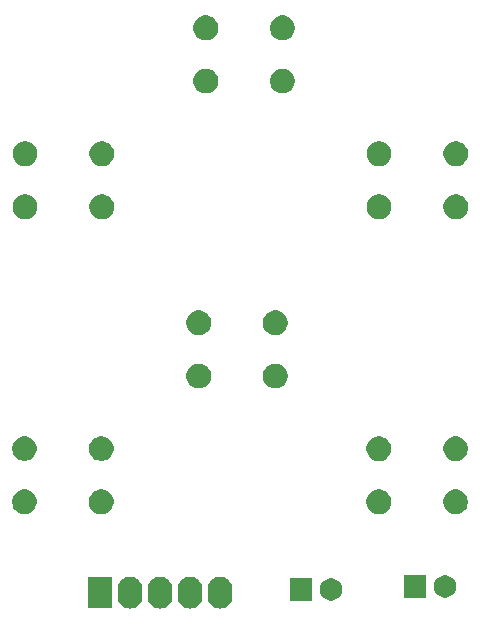
<source format=gbr>
G04 #@! TF.GenerationSoftware,KiCad,Pcbnew,5.0.2+dfsg1-1*
G04 #@! TF.CreationDate,2019-08-29T13:22:36-03:00*
G04 #@! TF.ProjectId,teclado_contador_geiger,7465636c-6164-46f5-9f63-6f6e7461646f,rev?*
G04 #@! TF.SameCoordinates,Original*
G04 #@! TF.FileFunction,Soldermask,Top*
G04 #@! TF.FilePolarity,Negative*
%FSLAX46Y46*%
G04 Gerber Fmt 4.6, Leading zero omitted, Abs format (unit mm)*
G04 Created by KiCad (PCBNEW 5.0.2+dfsg1-1) date jue 29 ago 2019 13:22:36 -03*
%MOMM*%
%LPD*%
G01*
G04 APERTURE LIST*
%ADD10C,0.100000*%
G04 APERTURE END LIST*
D10*
G36*
X131016031Y-97470207D02*
X131214145Y-97530305D01*
X131396729Y-97627897D01*
X131556765Y-97759235D01*
X131556766Y-97759237D01*
X131556768Y-97759238D01*
X131601143Y-97813310D01*
X131688103Y-97919271D01*
X131785695Y-98101854D01*
X131845793Y-98299968D01*
X131861000Y-98454370D01*
X131861000Y-99157629D01*
X131845793Y-99312031D01*
X131820695Y-99394766D01*
X131785695Y-99510147D01*
X131733531Y-99607739D01*
X131688103Y-99692729D01*
X131556765Y-99852765D01*
X131396729Y-99984103D01*
X131214146Y-100081695D01*
X131016032Y-100141793D01*
X130810000Y-100162085D01*
X130603969Y-100141793D01*
X130405855Y-100081695D01*
X130223272Y-99984103D01*
X130063236Y-99852765D01*
X129931899Y-99692731D01*
X129834306Y-99510148D01*
X129799305Y-99394765D01*
X129774207Y-99312032D01*
X129759000Y-99157630D01*
X129759000Y-98454371D01*
X129774207Y-98299969D01*
X129834305Y-98101855D01*
X129931897Y-97919271D01*
X130063235Y-97759235D01*
X130063237Y-97759234D01*
X130063238Y-97759232D01*
X130159257Y-97680432D01*
X130223271Y-97627897D01*
X130405854Y-97530305D01*
X130603968Y-97470207D01*
X130810000Y-97449915D01*
X131016031Y-97470207D01*
X131016031Y-97470207D01*
G37*
G36*
X128476031Y-97470207D02*
X128674145Y-97530305D01*
X128856729Y-97627897D01*
X129016765Y-97759235D01*
X129016766Y-97759237D01*
X129016768Y-97759238D01*
X129061143Y-97813310D01*
X129148103Y-97919271D01*
X129245695Y-98101854D01*
X129305793Y-98299968D01*
X129321000Y-98454370D01*
X129321000Y-99157629D01*
X129305793Y-99312031D01*
X129280695Y-99394766D01*
X129245695Y-99510147D01*
X129193531Y-99607739D01*
X129148103Y-99692729D01*
X129016765Y-99852765D01*
X128856729Y-99984103D01*
X128674146Y-100081695D01*
X128476032Y-100141793D01*
X128270000Y-100162085D01*
X128063969Y-100141793D01*
X127865855Y-100081695D01*
X127683272Y-99984103D01*
X127523236Y-99852765D01*
X127391899Y-99692731D01*
X127294306Y-99510148D01*
X127259305Y-99394765D01*
X127234207Y-99312032D01*
X127219000Y-99157630D01*
X127219000Y-98454371D01*
X127234207Y-98299969D01*
X127294305Y-98101855D01*
X127391897Y-97919271D01*
X127523235Y-97759235D01*
X127523237Y-97759234D01*
X127523238Y-97759232D01*
X127619257Y-97680432D01*
X127683271Y-97627897D01*
X127865854Y-97530305D01*
X128063968Y-97470207D01*
X128270000Y-97449915D01*
X128476031Y-97470207D01*
X128476031Y-97470207D01*
G37*
G36*
X123396031Y-97470207D02*
X123594145Y-97530305D01*
X123776729Y-97627897D01*
X123936765Y-97759235D01*
X123936766Y-97759237D01*
X123936768Y-97759238D01*
X123981143Y-97813310D01*
X124068103Y-97919271D01*
X124165695Y-98101854D01*
X124225793Y-98299968D01*
X124241000Y-98454370D01*
X124241000Y-99157629D01*
X124225793Y-99312031D01*
X124200695Y-99394766D01*
X124165695Y-99510147D01*
X124113531Y-99607739D01*
X124068103Y-99692729D01*
X123936765Y-99852765D01*
X123776729Y-99984103D01*
X123594146Y-100081695D01*
X123396032Y-100141793D01*
X123190000Y-100162085D01*
X122983969Y-100141793D01*
X122785855Y-100081695D01*
X122603272Y-99984103D01*
X122443236Y-99852765D01*
X122311899Y-99692731D01*
X122214306Y-99510148D01*
X122179305Y-99394765D01*
X122154207Y-99312032D01*
X122139000Y-99157630D01*
X122139000Y-98454371D01*
X122154207Y-98299969D01*
X122214305Y-98101855D01*
X122311897Y-97919271D01*
X122443235Y-97759235D01*
X122443237Y-97759234D01*
X122443238Y-97759232D01*
X122539257Y-97680432D01*
X122603271Y-97627897D01*
X122785854Y-97530305D01*
X122983968Y-97470207D01*
X123190000Y-97449915D01*
X123396031Y-97470207D01*
X123396031Y-97470207D01*
G37*
G36*
X125936031Y-97470207D02*
X126134145Y-97530305D01*
X126316729Y-97627897D01*
X126476765Y-97759235D01*
X126476766Y-97759237D01*
X126476768Y-97759238D01*
X126521143Y-97813310D01*
X126608103Y-97919271D01*
X126705695Y-98101854D01*
X126765793Y-98299968D01*
X126781000Y-98454370D01*
X126781000Y-99157629D01*
X126765793Y-99312031D01*
X126740695Y-99394766D01*
X126705695Y-99510147D01*
X126653531Y-99607739D01*
X126608103Y-99692729D01*
X126476765Y-99852765D01*
X126316729Y-99984103D01*
X126134146Y-100081695D01*
X125936032Y-100141793D01*
X125730000Y-100162085D01*
X125523969Y-100141793D01*
X125325855Y-100081695D01*
X125143272Y-99984103D01*
X124983236Y-99852765D01*
X124851899Y-99692731D01*
X124754306Y-99510148D01*
X124719305Y-99394765D01*
X124694207Y-99312032D01*
X124679000Y-99157630D01*
X124679000Y-98454371D01*
X124694207Y-98299969D01*
X124754305Y-98101855D01*
X124851897Y-97919271D01*
X124983235Y-97759235D01*
X124983237Y-97759234D01*
X124983238Y-97759232D01*
X125079257Y-97680432D01*
X125143271Y-97627897D01*
X125325854Y-97530305D01*
X125523968Y-97470207D01*
X125730000Y-97449915D01*
X125936031Y-97470207D01*
X125936031Y-97470207D01*
G37*
G36*
X121701000Y-100157000D02*
X119599000Y-100157000D01*
X119599000Y-97455000D01*
X121701000Y-97455000D01*
X121701000Y-100157000D01*
X121701000Y-100157000D01*
G37*
G36*
X138619000Y-99503000D02*
X136717000Y-99503000D01*
X136717000Y-97601000D01*
X138619000Y-97601000D01*
X138619000Y-99503000D01*
X138619000Y-99503000D01*
G37*
G36*
X140485396Y-97637546D02*
X140658466Y-97709234D01*
X140814230Y-97813312D01*
X140946688Y-97945770D01*
X141050766Y-98101534D01*
X141122454Y-98274604D01*
X141159000Y-98458333D01*
X141159000Y-98645667D01*
X141122454Y-98829396D01*
X141050766Y-99002466D01*
X140946688Y-99158230D01*
X140814230Y-99290688D01*
X140658466Y-99394766D01*
X140485396Y-99466454D01*
X140301667Y-99503000D01*
X140114333Y-99503000D01*
X139930604Y-99466454D01*
X139757534Y-99394766D01*
X139601770Y-99290688D01*
X139469312Y-99158230D01*
X139365234Y-99002466D01*
X139293546Y-98829396D01*
X139257000Y-98645667D01*
X139257000Y-98458333D01*
X139293546Y-98274604D01*
X139365234Y-98101534D01*
X139469312Y-97945770D01*
X139601770Y-97813312D01*
X139757534Y-97709234D01*
X139930604Y-97637546D01*
X140114333Y-97601000D01*
X140301667Y-97601000D01*
X140485396Y-97637546D01*
X140485396Y-97637546D01*
G37*
G36*
X150137396Y-97383546D02*
X150310466Y-97455234D01*
X150466230Y-97559312D01*
X150598688Y-97691770D01*
X150702766Y-97847534D01*
X150774454Y-98020604D01*
X150811000Y-98204333D01*
X150811000Y-98391667D01*
X150774454Y-98575396D01*
X150702766Y-98748466D01*
X150598688Y-98904230D01*
X150466230Y-99036688D01*
X150310466Y-99140766D01*
X150137396Y-99212454D01*
X149953667Y-99249000D01*
X149766333Y-99249000D01*
X149582604Y-99212454D01*
X149409534Y-99140766D01*
X149253770Y-99036688D01*
X149121312Y-98904230D01*
X149017234Y-98748466D01*
X148945546Y-98575396D01*
X148909000Y-98391667D01*
X148909000Y-98204333D01*
X148945546Y-98020604D01*
X149017234Y-97847534D01*
X149121312Y-97691770D01*
X149253770Y-97559312D01*
X149409534Y-97455234D01*
X149582604Y-97383546D01*
X149766333Y-97347000D01*
X149953667Y-97347000D01*
X150137396Y-97383546D01*
X150137396Y-97383546D01*
G37*
G36*
X148271000Y-99249000D02*
X146369000Y-99249000D01*
X146369000Y-97347000D01*
X148271000Y-97347000D01*
X148271000Y-99249000D01*
X148271000Y-99249000D01*
G37*
G36*
X151060565Y-90107389D02*
X151251834Y-90186615D01*
X151423976Y-90301637D01*
X151570363Y-90448024D01*
X151685385Y-90620166D01*
X151764611Y-90811435D01*
X151805000Y-91014484D01*
X151805000Y-91221516D01*
X151764611Y-91424565D01*
X151685385Y-91615834D01*
X151570363Y-91787976D01*
X151423976Y-91934363D01*
X151251834Y-92049385D01*
X151060565Y-92128611D01*
X150857516Y-92169000D01*
X150650484Y-92169000D01*
X150447435Y-92128611D01*
X150256166Y-92049385D01*
X150084024Y-91934363D01*
X149937637Y-91787976D01*
X149822615Y-91615834D01*
X149743389Y-91424565D01*
X149703000Y-91221516D01*
X149703000Y-91014484D01*
X149743389Y-90811435D01*
X149822615Y-90620166D01*
X149937637Y-90448024D01*
X150084024Y-90301637D01*
X150256166Y-90186615D01*
X150447435Y-90107389D01*
X150650484Y-90067000D01*
X150857516Y-90067000D01*
X151060565Y-90107389D01*
X151060565Y-90107389D01*
G37*
G36*
X144560565Y-90107389D02*
X144751834Y-90186615D01*
X144923976Y-90301637D01*
X145070363Y-90448024D01*
X145185385Y-90620166D01*
X145264611Y-90811435D01*
X145305000Y-91014484D01*
X145305000Y-91221516D01*
X145264611Y-91424565D01*
X145185385Y-91615834D01*
X145070363Y-91787976D01*
X144923976Y-91934363D01*
X144751834Y-92049385D01*
X144560565Y-92128611D01*
X144357516Y-92169000D01*
X144150484Y-92169000D01*
X143947435Y-92128611D01*
X143756166Y-92049385D01*
X143584024Y-91934363D01*
X143437637Y-91787976D01*
X143322615Y-91615834D01*
X143243389Y-91424565D01*
X143203000Y-91221516D01*
X143203000Y-91014484D01*
X143243389Y-90811435D01*
X143322615Y-90620166D01*
X143437637Y-90448024D01*
X143584024Y-90301637D01*
X143756166Y-90186615D01*
X143947435Y-90107389D01*
X144150484Y-90067000D01*
X144357516Y-90067000D01*
X144560565Y-90107389D01*
X144560565Y-90107389D01*
G37*
G36*
X121060565Y-90103389D02*
X121251834Y-90182615D01*
X121423976Y-90297637D01*
X121570363Y-90444024D01*
X121685385Y-90616166D01*
X121764611Y-90807435D01*
X121805000Y-91010484D01*
X121805000Y-91217516D01*
X121764611Y-91420565D01*
X121685385Y-91611834D01*
X121570363Y-91783976D01*
X121423976Y-91930363D01*
X121251834Y-92045385D01*
X121060565Y-92124611D01*
X120857516Y-92165000D01*
X120650484Y-92165000D01*
X120447435Y-92124611D01*
X120256166Y-92045385D01*
X120084024Y-91930363D01*
X119937637Y-91783976D01*
X119822615Y-91611834D01*
X119743389Y-91420565D01*
X119703000Y-91217516D01*
X119703000Y-91010484D01*
X119743389Y-90807435D01*
X119822615Y-90616166D01*
X119937637Y-90444024D01*
X120084024Y-90297637D01*
X120256166Y-90182615D01*
X120447435Y-90103389D01*
X120650484Y-90063000D01*
X120857516Y-90063000D01*
X121060565Y-90103389D01*
X121060565Y-90103389D01*
G37*
G36*
X114560565Y-90103389D02*
X114751834Y-90182615D01*
X114923976Y-90297637D01*
X115070363Y-90444024D01*
X115185385Y-90616166D01*
X115264611Y-90807435D01*
X115305000Y-91010484D01*
X115305000Y-91217516D01*
X115264611Y-91420565D01*
X115185385Y-91611834D01*
X115070363Y-91783976D01*
X114923976Y-91930363D01*
X114751834Y-92045385D01*
X114560565Y-92124611D01*
X114357516Y-92165000D01*
X114150484Y-92165000D01*
X113947435Y-92124611D01*
X113756166Y-92045385D01*
X113584024Y-91930363D01*
X113437637Y-91783976D01*
X113322615Y-91611834D01*
X113243389Y-91420565D01*
X113203000Y-91217516D01*
X113203000Y-91010484D01*
X113243389Y-90807435D01*
X113322615Y-90616166D01*
X113437637Y-90444024D01*
X113584024Y-90297637D01*
X113756166Y-90182615D01*
X113947435Y-90103389D01*
X114150484Y-90063000D01*
X114357516Y-90063000D01*
X114560565Y-90103389D01*
X114560565Y-90103389D01*
G37*
G36*
X144560565Y-85607389D02*
X144751834Y-85686615D01*
X144923976Y-85801637D01*
X145070363Y-85948024D01*
X145185385Y-86120166D01*
X145264611Y-86311435D01*
X145305000Y-86514484D01*
X145305000Y-86721516D01*
X145264611Y-86924565D01*
X145185385Y-87115834D01*
X145070363Y-87287976D01*
X144923976Y-87434363D01*
X144751834Y-87549385D01*
X144560565Y-87628611D01*
X144357516Y-87669000D01*
X144150484Y-87669000D01*
X143947435Y-87628611D01*
X143756166Y-87549385D01*
X143584024Y-87434363D01*
X143437637Y-87287976D01*
X143322615Y-87115834D01*
X143243389Y-86924565D01*
X143203000Y-86721516D01*
X143203000Y-86514484D01*
X143243389Y-86311435D01*
X143322615Y-86120166D01*
X143437637Y-85948024D01*
X143584024Y-85801637D01*
X143756166Y-85686615D01*
X143947435Y-85607389D01*
X144150484Y-85567000D01*
X144357516Y-85567000D01*
X144560565Y-85607389D01*
X144560565Y-85607389D01*
G37*
G36*
X151060565Y-85607389D02*
X151251834Y-85686615D01*
X151423976Y-85801637D01*
X151570363Y-85948024D01*
X151685385Y-86120166D01*
X151764611Y-86311435D01*
X151805000Y-86514484D01*
X151805000Y-86721516D01*
X151764611Y-86924565D01*
X151685385Y-87115834D01*
X151570363Y-87287976D01*
X151423976Y-87434363D01*
X151251834Y-87549385D01*
X151060565Y-87628611D01*
X150857516Y-87669000D01*
X150650484Y-87669000D01*
X150447435Y-87628611D01*
X150256166Y-87549385D01*
X150084024Y-87434363D01*
X149937637Y-87287976D01*
X149822615Y-87115834D01*
X149743389Y-86924565D01*
X149703000Y-86721516D01*
X149703000Y-86514484D01*
X149743389Y-86311435D01*
X149822615Y-86120166D01*
X149937637Y-85948024D01*
X150084024Y-85801637D01*
X150256166Y-85686615D01*
X150447435Y-85607389D01*
X150650484Y-85567000D01*
X150857516Y-85567000D01*
X151060565Y-85607389D01*
X151060565Y-85607389D01*
G37*
G36*
X114560565Y-85603389D02*
X114751834Y-85682615D01*
X114923976Y-85797637D01*
X115070363Y-85944024D01*
X115185385Y-86116166D01*
X115264611Y-86307435D01*
X115305000Y-86510484D01*
X115305000Y-86717516D01*
X115264611Y-86920565D01*
X115185385Y-87111834D01*
X115070363Y-87283976D01*
X114923976Y-87430363D01*
X114751834Y-87545385D01*
X114560565Y-87624611D01*
X114357516Y-87665000D01*
X114150484Y-87665000D01*
X113947435Y-87624611D01*
X113756166Y-87545385D01*
X113584024Y-87430363D01*
X113437637Y-87283976D01*
X113322615Y-87111834D01*
X113243389Y-86920565D01*
X113203000Y-86717516D01*
X113203000Y-86510484D01*
X113243389Y-86307435D01*
X113322615Y-86116166D01*
X113437637Y-85944024D01*
X113584024Y-85797637D01*
X113756166Y-85682615D01*
X113947435Y-85603389D01*
X114150484Y-85563000D01*
X114357516Y-85563000D01*
X114560565Y-85603389D01*
X114560565Y-85603389D01*
G37*
G36*
X121060565Y-85603389D02*
X121251834Y-85682615D01*
X121423976Y-85797637D01*
X121570363Y-85944024D01*
X121685385Y-86116166D01*
X121764611Y-86307435D01*
X121805000Y-86510484D01*
X121805000Y-86717516D01*
X121764611Y-86920565D01*
X121685385Y-87111834D01*
X121570363Y-87283976D01*
X121423976Y-87430363D01*
X121251834Y-87545385D01*
X121060565Y-87624611D01*
X120857516Y-87665000D01*
X120650484Y-87665000D01*
X120447435Y-87624611D01*
X120256166Y-87545385D01*
X120084024Y-87430363D01*
X119937637Y-87283976D01*
X119822615Y-87111834D01*
X119743389Y-86920565D01*
X119703000Y-86717516D01*
X119703000Y-86510484D01*
X119743389Y-86307435D01*
X119822615Y-86116166D01*
X119937637Y-85944024D01*
X120084024Y-85797637D01*
X120256166Y-85682615D01*
X120447435Y-85603389D01*
X120650484Y-85563000D01*
X120857516Y-85563000D01*
X121060565Y-85603389D01*
X121060565Y-85603389D01*
G37*
G36*
X135806565Y-79457389D02*
X135997834Y-79536615D01*
X136169976Y-79651637D01*
X136316363Y-79798024D01*
X136431385Y-79970166D01*
X136510611Y-80161435D01*
X136551000Y-80364484D01*
X136551000Y-80571516D01*
X136510611Y-80774565D01*
X136431385Y-80965834D01*
X136316363Y-81137976D01*
X136169976Y-81284363D01*
X135997834Y-81399385D01*
X135806565Y-81478611D01*
X135603516Y-81519000D01*
X135396484Y-81519000D01*
X135193435Y-81478611D01*
X135002166Y-81399385D01*
X134830024Y-81284363D01*
X134683637Y-81137976D01*
X134568615Y-80965834D01*
X134489389Y-80774565D01*
X134449000Y-80571516D01*
X134449000Y-80364484D01*
X134489389Y-80161435D01*
X134568615Y-79970166D01*
X134683637Y-79798024D01*
X134830024Y-79651637D01*
X135002166Y-79536615D01*
X135193435Y-79457389D01*
X135396484Y-79417000D01*
X135603516Y-79417000D01*
X135806565Y-79457389D01*
X135806565Y-79457389D01*
G37*
G36*
X129306565Y-79457389D02*
X129497834Y-79536615D01*
X129669976Y-79651637D01*
X129816363Y-79798024D01*
X129931385Y-79970166D01*
X130010611Y-80161435D01*
X130051000Y-80364484D01*
X130051000Y-80571516D01*
X130010611Y-80774565D01*
X129931385Y-80965834D01*
X129816363Y-81137976D01*
X129669976Y-81284363D01*
X129497834Y-81399385D01*
X129306565Y-81478611D01*
X129103516Y-81519000D01*
X128896484Y-81519000D01*
X128693435Y-81478611D01*
X128502166Y-81399385D01*
X128330024Y-81284363D01*
X128183637Y-81137976D01*
X128068615Y-80965834D01*
X127989389Y-80774565D01*
X127949000Y-80571516D01*
X127949000Y-80364484D01*
X127989389Y-80161435D01*
X128068615Y-79970166D01*
X128183637Y-79798024D01*
X128330024Y-79651637D01*
X128502166Y-79536615D01*
X128693435Y-79457389D01*
X128896484Y-79417000D01*
X129103516Y-79417000D01*
X129306565Y-79457389D01*
X129306565Y-79457389D01*
G37*
G36*
X135806565Y-74957389D02*
X135997834Y-75036615D01*
X136169976Y-75151637D01*
X136316363Y-75298024D01*
X136431385Y-75470166D01*
X136510611Y-75661435D01*
X136551000Y-75864484D01*
X136551000Y-76071516D01*
X136510611Y-76274565D01*
X136431385Y-76465834D01*
X136316363Y-76637976D01*
X136169976Y-76784363D01*
X135997834Y-76899385D01*
X135806565Y-76978611D01*
X135603516Y-77019000D01*
X135396484Y-77019000D01*
X135193435Y-76978611D01*
X135002166Y-76899385D01*
X134830024Y-76784363D01*
X134683637Y-76637976D01*
X134568615Y-76465834D01*
X134489389Y-76274565D01*
X134449000Y-76071516D01*
X134449000Y-75864484D01*
X134489389Y-75661435D01*
X134568615Y-75470166D01*
X134683637Y-75298024D01*
X134830024Y-75151637D01*
X135002166Y-75036615D01*
X135193435Y-74957389D01*
X135396484Y-74917000D01*
X135603516Y-74917000D01*
X135806565Y-74957389D01*
X135806565Y-74957389D01*
G37*
G36*
X129306565Y-74957389D02*
X129497834Y-75036615D01*
X129669976Y-75151637D01*
X129816363Y-75298024D01*
X129931385Y-75470166D01*
X130010611Y-75661435D01*
X130051000Y-75864484D01*
X130051000Y-76071516D01*
X130010611Y-76274565D01*
X129931385Y-76465834D01*
X129816363Y-76637976D01*
X129669976Y-76784363D01*
X129497834Y-76899385D01*
X129306565Y-76978611D01*
X129103516Y-77019000D01*
X128896484Y-77019000D01*
X128693435Y-76978611D01*
X128502166Y-76899385D01*
X128330024Y-76784363D01*
X128183637Y-76637976D01*
X128068615Y-76465834D01*
X127989389Y-76274565D01*
X127949000Y-76071516D01*
X127949000Y-75864484D01*
X127989389Y-75661435D01*
X128068615Y-75470166D01*
X128183637Y-75298024D01*
X128330024Y-75151637D01*
X128502166Y-75036615D01*
X128693435Y-74957389D01*
X128896484Y-74917000D01*
X129103516Y-74917000D01*
X129306565Y-74957389D01*
X129306565Y-74957389D01*
G37*
G36*
X144576565Y-65131389D02*
X144767834Y-65210615D01*
X144939976Y-65325637D01*
X145086363Y-65472024D01*
X145201385Y-65644166D01*
X145280611Y-65835435D01*
X145321000Y-66038484D01*
X145321000Y-66245516D01*
X145280611Y-66448565D01*
X145201385Y-66639834D01*
X145086363Y-66811976D01*
X144939976Y-66958363D01*
X144767834Y-67073385D01*
X144576565Y-67152611D01*
X144373516Y-67193000D01*
X144166484Y-67193000D01*
X143963435Y-67152611D01*
X143772166Y-67073385D01*
X143600024Y-66958363D01*
X143453637Y-66811976D01*
X143338615Y-66639834D01*
X143259389Y-66448565D01*
X143219000Y-66245516D01*
X143219000Y-66038484D01*
X143259389Y-65835435D01*
X143338615Y-65644166D01*
X143453637Y-65472024D01*
X143600024Y-65325637D01*
X143772166Y-65210615D01*
X143963435Y-65131389D01*
X144166484Y-65091000D01*
X144373516Y-65091000D01*
X144576565Y-65131389D01*
X144576565Y-65131389D01*
G37*
G36*
X151076565Y-65131389D02*
X151267834Y-65210615D01*
X151439976Y-65325637D01*
X151586363Y-65472024D01*
X151701385Y-65644166D01*
X151780611Y-65835435D01*
X151821000Y-66038484D01*
X151821000Y-66245516D01*
X151780611Y-66448565D01*
X151701385Y-66639834D01*
X151586363Y-66811976D01*
X151439976Y-66958363D01*
X151267834Y-67073385D01*
X151076565Y-67152611D01*
X150873516Y-67193000D01*
X150666484Y-67193000D01*
X150463435Y-67152611D01*
X150272166Y-67073385D01*
X150100024Y-66958363D01*
X149953637Y-66811976D01*
X149838615Y-66639834D01*
X149759389Y-66448565D01*
X149719000Y-66245516D01*
X149719000Y-66038484D01*
X149759389Y-65835435D01*
X149838615Y-65644166D01*
X149953637Y-65472024D01*
X150100024Y-65325637D01*
X150272166Y-65210615D01*
X150463435Y-65131389D01*
X150666484Y-65091000D01*
X150873516Y-65091000D01*
X151076565Y-65131389D01*
X151076565Y-65131389D01*
G37*
G36*
X114606565Y-65131389D02*
X114797834Y-65210615D01*
X114969976Y-65325637D01*
X115116363Y-65472024D01*
X115231385Y-65644166D01*
X115310611Y-65835435D01*
X115351000Y-66038484D01*
X115351000Y-66245516D01*
X115310611Y-66448565D01*
X115231385Y-66639834D01*
X115116363Y-66811976D01*
X114969976Y-66958363D01*
X114797834Y-67073385D01*
X114606565Y-67152611D01*
X114403516Y-67193000D01*
X114196484Y-67193000D01*
X113993435Y-67152611D01*
X113802166Y-67073385D01*
X113630024Y-66958363D01*
X113483637Y-66811976D01*
X113368615Y-66639834D01*
X113289389Y-66448565D01*
X113249000Y-66245516D01*
X113249000Y-66038484D01*
X113289389Y-65835435D01*
X113368615Y-65644166D01*
X113483637Y-65472024D01*
X113630024Y-65325637D01*
X113802166Y-65210615D01*
X113993435Y-65131389D01*
X114196484Y-65091000D01*
X114403516Y-65091000D01*
X114606565Y-65131389D01*
X114606565Y-65131389D01*
G37*
G36*
X121106565Y-65131389D02*
X121297834Y-65210615D01*
X121469976Y-65325637D01*
X121616363Y-65472024D01*
X121731385Y-65644166D01*
X121810611Y-65835435D01*
X121851000Y-66038484D01*
X121851000Y-66245516D01*
X121810611Y-66448565D01*
X121731385Y-66639834D01*
X121616363Y-66811976D01*
X121469976Y-66958363D01*
X121297834Y-67073385D01*
X121106565Y-67152611D01*
X120903516Y-67193000D01*
X120696484Y-67193000D01*
X120493435Y-67152611D01*
X120302166Y-67073385D01*
X120130024Y-66958363D01*
X119983637Y-66811976D01*
X119868615Y-66639834D01*
X119789389Y-66448565D01*
X119749000Y-66245516D01*
X119749000Y-66038484D01*
X119789389Y-65835435D01*
X119868615Y-65644166D01*
X119983637Y-65472024D01*
X120130024Y-65325637D01*
X120302166Y-65210615D01*
X120493435Y-65131389D01*
X120696484Y-65091000D01*
X120903516Y-65091000D01*
X121106565Y-65131389D01*
X121106565Y-65131389D01*
G37*
G36*
X144576565Y-60631389D02*
X144767834Y-60710615D01*
X144939976Y-60825637D01*
X145086363Y-60972024D01*
X145201385Y-61144166D01*
X145280611Y-61335435D01*
X145321000Y-61538484D01*
X145321000Y-61745516D01*
X145280611Y-61948565D01*
X145201385Y-62139834D01*
X145086363Y-62311976D01*
X144939976Y-62458363D01*
X144767834Y-62573385D01*
X144576565Y-62652611D01*
X144373516Y-62693000D01*
X144166484Y-62693000D01*
X143963435Y-62652611D01*
X143772166Y-62573385D01*
X143600024Y-62458363D01*
X143453637Y-62311976D01*
X143338615Y-62139834D01*
X143259389Y-61948565D01*
X143219000Y-61745516D01*
X143219000Y-61538484D01*
X143259389Y-61335435D01*
X143338615Y-61144166D01*
X143453637Y-60972024D01*
X143600024Y-60825637D01*
X143772166Y-60710615D01*
X143963435Y-60631389D01*
X144166484Y-60591000D01*
X144373516Y-60591000D01*
X144576565Y-60631389D01*
X144576565Y-60631389D01*
G37*
G36*
X151076565Y-60631389D02*
X151267834Y-60710615D01*
X151439976Y-60825637D01*
X151586363Y-60972024D01*
X151701385Y-61144166D01*
X151780611Y-61335435D01*
X151821000Y-61538484D01*
X151821000Y-61745516D01*
X151780611Y-61948565D01*
X151701385Y-62139834D01*
X151586363Y-62311976D01*
X151439976Y-62458363D01*
X151267834Y-62573385D01*
X151076565Y-62652611D01*
X150873516Y-62693000D01*
X150666484Y-62693000D01*
X150463435Y-62652611D01*
X150272166Y-62573385D01*
X150100024Y-62458363D01*
X149953637Y-62311976D01*
X149838615Y-62139834D01*
X149759389Y-61948565D01*
X149719000Y-61745516D01*
X149719000Y-61538484D01*
X149759389Y-61335435D01*
X149838615Y-61144166D01*
X149953637Y-60972024D01*
X150100024Y-60825637D01*
X150272166Y-60710615D01*
X150463435Y-60631389D01*
X150666484Y-60591000D01*
X150873516Y-60591000D01*
X151076565Y-60631389D01*
X151076565Y-60631389D01*
G37*
G36*
X114606565Y-60631389D02*
X114797834Y-60710615D01*
X114969976Y-60825637D01*
X115116363Y-60972024D01*
X115231385Y-61144166D01*
X115310611Y-61335435D01*
X115351000Y-61538484D01*
X115351000Y-61745516D01*
X115310611Y-61948565D01*
X115231385Y-62139834D01*
X115116363Y-62311976D01*
X114969976Y-62458363D01*
X114797834Y-62573385D01*
X114606565Y-62652611D01*
X114403516Y-62693000D01*
X114196484Y-62693000D01*
X113993435Y-62652611D01*
X113802166Y-62573385D01*
X113630024Y-62458363D01*
X113483637Y-62311976D01*
X113368615Y-62139834D01*
X113289389Y-61948565D01*
X113249000Y-61745516D01*
X113249000Y-61538484D01*
X113289389Y-61335435D01*
X113368615Y-61144166D01*
X113483637Y-60972024D01*
X113630024Y-60825637D01*
X113802166Y-60710615D01*
X113993435Y-60631389D01*
X114196484Y-60591000D01*
X114403516Y-60591000D01*
X114606565Y-60631389D01*
X114606565Y-60631389D01*
G37*
G36*
X121106565Y-60631389D02*
X121297834Y-60710615D01*
X121469976Y-60825637D01*
X121616363Y-60972024D01*
X121731385Y-61144166D01*
X121810611Y-61335435D01*
X121851000Y-61538484D01*
X121851000Y-61745516D01*
X121810611Y-61948565D01*
X121731385Y-62139834D01*
X121616363Y-62311976D01*
X121469976Y-62458363D01*
X121297834Y-62573385D01*
X121106565Y-62652611D01*
X120903516Y-62693000D01*
X120696484Y-62693000D01*
X120493435Y-62652611D01*
X120302166Y-62573385D01*
X120130024Y-62458363D01*
X119983637Y-62311976D01*
X119868615Y-62139834D01*
X119789389Y-61948565D01*
X119749000Y-61745516D01*
X119749000Y-61538484D01*
X119789389Y-61335435D01*
X119868615Y-61144166D01*
X119983637Y-60972024D01*
X120130024Y-60825637D01*
X120302166Y-60710615D01*
X120493435Y-60631389D01*
X120696484Y-60591000D01*
X120903516Y-60591000D01*
X121106565Y-60631389D01*
X121106565Y-60631389D01*
G37*
G36*
X129906565Y-54489389D02*
X130097834Y-54568615D01*
X130269976Y-54683637D01*
X130416363Y-54830024D01*
X130531385Y-55002166D01*
X130610611Y-55193435D01*
X130651000Y-55396484D01*
X130651000Y-55603516D01*
X130610611Y-55806565D01*
X130531385Y-55997834D01*
X130416363Y-56169976D01*
X130269976Y-56316363D01*
X130097834Y-56431385D01*
X129906565Y-56510611D01*
X129703516Y-56551000D01*
X129496484Y-56551000D01*
X129293435Y-56510611D01*
X129102166Y-56431385D01*
X128930024Y-56316363D01*
X128783637Y-56169976D01*
X128668615Y-55997834D01*
X128589389Y-55806565D01*
X128549000Y-55603516D01*
X128549000Y-55396484D01*
X128589389Y-55193435D01*
X128668615Y-55002166D01*
X128783637Y-54830024D01*
X128930024Y-54683637D01*
X129102166Y-54568615D01*
X129293435Y-54489389D01*
X129496484Y-54449000D01*
X129703516Y-54449000D01*
X129906565Y-54489389D01*
X129906565Y-54489389D01*
G37*
G36*
X136406565Y-54489389D02*
X136597834Y-54568615D01*
X136769976Y-54683637D01*
X136916363Y-54830024D01*
X137031385Y-55002166D01*
X137110611Y-55193435D01*
X137151000Y-55396484D01*
X137151000Y-55603516D01*
X137110611Y-55806565D01*
X137031385Y-55997834D01*
X136916363Y-56169976D01*
X136769976Y-56316363D01*
X136597834Y-56431385D01*
X136406565Y-56510611D01*
X136203516Y-56551000D01*
X135996484Y-56551000D01*
X135793435Y-56510611D01*
X135602166Y-56431385D01*
X135430024Y-56316363D01*
X135283637Y-56169976D01*
X135168615Y-55997834D01*
X135089389Y-55806565D01*
X135049000Y-55603516D01*
X135049000Y-55396484D01*
X135089389Y-55193435D01*
X135168615Y-55002166D01*
X135283637Y-54830024D01*
X135430024Y-54683637D01*
X135602166Y-54568615D01*
X135793435Y-54489389D01*
X135996484Y-54449000D01*
X136203516Y-54449000D01*
X136406565Y-54489389D01*
X136406565Y-54489389D01*
G37*
G36*
X136406565Y-49989389D02*
X136597834Y-50068615D01*
X136769976Y-50183637D01*
X136916363Y-50330024D01*
X137031385Y-50502166D01*
X137110611Y-50693435D01*
X137151000Y-50896484D01*
X137151000Y-51103516D01*
X137110611Y-51306565D01*
X137031385Y-51497834D01*
X136916363Y-51669976D01*
X136769976Y-51816363D01*
X136597834Y-51931385D01*
X136406565Y-52010611D01*
X136203516Y-52051000D01*
X135996484Y-52051000D01*
X135793435Y-52010611D01*
X135602166Y-51931385D01*
X135430024Y-51816363D01*
X135283637Y-51669976D01*
X135168615Y-51497834D01*
X135089389Y-51306565D01*
X135049000Y-51103516D01*
X135049000Y-50896484D01*
X135089389Y-50693435D01*
X135168615Y-50502166D01*
X135283637Y-50330024D01*
X135430024Y-50183637D01*
X135602166Y-50068615D01*
X135793435Y-49989389D01*
X135996484Y-49949000D01*
X136203516Y-49949000D01*
X136406565Y-49989389D01*
X136406565Y-49989389D01*
G37*
G36*
X129906565Y-49989389D02*
X130097834Y-50068615D01*
X130269976Y-50183637D01*
X130416363Y-50330024D01*
X130531385Y-50502166D01*
X130610611Y-50693435D01*
X130651000Y-50896484D01*
X130651000Y-51103516D01*
X130610611Y-51306565D01*
X130531385Y-51497834D01*
X130416363Y-51669976D01*
X130269976Y-51816363D01*
X130097834Y-51931385D01*
X129906565Y-52010611D01*
X129703516Y-52051000D01*
X129496484Y-52051000D01*
X129293435Y-52010611D01*
X129102166Y-51931385D01*
X128930024Y-51816363D01*
X128783637Y-51669976D01*
X128668615Y-51497834D01*
X128589389Y-51306565D01*
X128549000Y-51103516D01*
X128549000Y-50896484D01*
X128589389Y-50693435D01*
X128668615Y-50502166D01*
X128783637Y-50330024D01*
X128930024Y-50183637D01*
X129102166Y-50068615D01*
X129293435Y-49989389D01*
X129496484Y-49949000D01*
X129703516Y-49949000D01*
X129906565Y-49989389D01*
X129906565Y-49989389D01*
G37*
M02*

</source>
